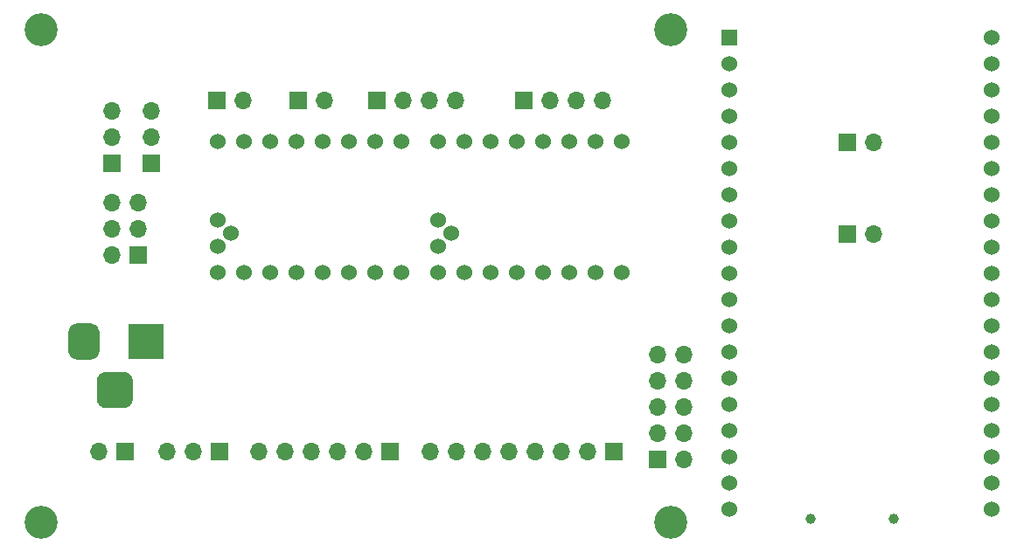
<source format=gbr>
%TF.GenerationSoftware,KiCad,Pcbnew,(5.1.9)-1*%
%TF.CreationDate,2021-03-08T20:42:35+00:00*%
%TF.ProjectId,ESP32_Plotter_Controller_revA,45535033-325f-4506-9c6f-747465725f43,rev?*%
%TF.SameCoordinates,Original*%
%TF.FileFunction,Soldermask,Bot*%
%TF.FilePolarity,Negative*%
%FSLAX46Y46*%
G04 Gerber Fmt 4.6, Leading zero omitted, Abs format (unit mm)*
G04 Created by KiCad (PCBNEW (5.1.9)-1) date 2021-03-08 20:42:35*
%MOMM*%
%LPD*%
G01*
G04 APERTURE LIST*
%ADD10R,1.700000X1.700000*%
%ADD11O,1.700000X1.700000*%
%ADD12C,1.000000*%
%ADD13C,1.524000*%
%ADD14R,1.524000X1.524000*%
%ADD15C,3.200000*%
%ADD16R,3.500000X3.500000*%
G04 APERTURE END LIST*
D10*
%TO.C,J1*%
X173037500Y-112839500D03*
D11*
X175577500Y-112839500D03*
X173037500Y-110299500D03*
X175577500Y-110299500D03*
X173037500Y-107759500D03*
X175577500Y-107759500D03*
X173037500Y-105219500D03*
X175577500Y-105219500D03*
X173037500Y-102679500D03*
X175577500Y-102679500D03*
%TD*%
D12*
%TO.C,J8*%
X195902500Y-118605500D03*
X187902500Y-118605500D03*
%TD*%
D13*
%TO.C,U3*%
X153098500Y-90868500D03*
X151828500Y-89598500D03*
X151828500Y-92138500D03*
X169608500Y-94678500D03*
X167068500Y-94678500D03*
X164528500Y-94678500D03*
X161988500Y-94678500D03*
X159448500Y-94678500D03*
X156908500Y-94678500D03*
X154368500Y-94678500D03*
X151828500Y-94678500D03*
X151828500Y-81978500D03*
X154368500Y-81978500D03*
X156908500Y-81978500D03*
X159448500Y-81978500D03*
X161988500Y-81978500D03*
X164528500Y-81978500D03*
X167068500Y-81978500D03*
X169608500Y-81978500D03*
%TD*%
%TO.C,U2*%
X131762500Y-90868500D03*
X130492500Y-89598500D03*
X130492500Y-92138500D03*
X148272500Y-94678500D03*
X145732500Y-94678500D03*
X143192500Y-94678500D03*
X140652500Y-94678500D03*
X138112500Y-94678500D03*
X135572500Y-94678500D03*
X133032500Y-94678500D03*
X130492500Y-94678500D03*
X130492500Y-81978500D03*
X133032500Y-81978500D03*
X135572500Y-81978500D03*
X138112500Y-81978500D03*
X140652500Y-81978500D03*
X143192500Y-81978500D03*
X145732500Y-81978500D03*
X148272500Y-81978500D03*
%TD*%
%TO.C,U1*%
X205422500Y-71945500D03*
X205422500Y-74485500D03*
X205422500Y-77025500D03*
X205422500Y-79565500D03*
X205422500Y-82105500D03*
X205422500Y-84645500D03*
X205422500Y-87185500D03*
X205422500Y-89725500D03*
X205422500Y-92265500D03*
X205422500Y-94805500D03*
X205422500Y-97345500D03*
X205422500Y-99885500D03*
X205422500Y-102425500D03*
X205422500Y-104965500D03*
X205422500Y-107505500D03*
X205422500Y-110045500D03*
X205422500Y-112585500D03*
X205422500Y-115125500D03*
X205422500Y-117665500D03*
X180022500Y-117665500D03*
X180022500Y-115125500D03*
X180022500Y-112585500D03*
X180022500Y-110045500D03*
X180022500Y-107505500D03*
X180022500Y-104965500D03*
X180022500Y-102425500D03*
X180022500Y-99885500D03*
X180022500Y-97345500D03*
X180022500Y-94805500D03*
X180022500Y-92265500D03*
X180022500Y-89725500D03*
X180022500Y-87185500D03*
X180022500Y-84645500D03*
X180022500Y-82105500D03*
X180022500Y-79565500D03*
X180022500Y-77025500D03*
X180022500Y-74485500D03*
D14*
X180022500Y-71945500D03*
%TD*%
D15*
%TO.C,H2*%
X174307500Y-71183500D03*
%TD*%
%TO.C,H1*%
X113347500Y-71183500D03*
%TD*%
%TO.C,H3*%
X174307500Y-118935500D03*
%TD*%
%TO.C,H4*%
X113347500Y-118935500D03*
%TD*%
%TO.C,J2*%
G36*
G01*
X118757500Y-106984500D02*
X118757500Y-105234500D01*
G75*
G02*
X119632500Y-104359500I875000J0D01*
G01*
X121382500Y-104359500D01*
G75*
G02*
X122257500Y-105234500I0J-875000D01*
G01*
X122257500Y-106984500D01*
G75*
G02*
X121382500Y-107859500I-875000J0D01*
G01*
X119632500Y-107859500D01*
G75*
G02*
X118757500Y-106984500I0J875000D01*
G01*
G37*
G36*
G01*
X116007500Y-102409500D02*
X116007500Y-100409500D01*
G75*
G02*
X116757500Y-99659500I750000J0D01*
G01*
X118257500Y-99659500D01*
G75*
G02*
X119007500Y-100409500I0J-750000D01*
G01*
X119007500Y-102409500D01*
G75*
G02*
X118257500Y-103159500I-750000J0D01*
G01*
X116757500Y-103159500D01*
G75*
G02*
X116007500Y-102409500I0J750000D01*
G01*
G37*
D16*
X123507500Y-101409500D03*
%TD*%
D11*
%TO.C,J3*%
X140779500Y-78041500D03*
D10*
X138239500Y-78041500D03*
%TD*%
D11*
%TO.C,J4*%
X118935500Y-112077500D03*
D10*
X121475500Y-112077500D03*
%TD*%
D11*
%TO.C,J5*%
X120205500Y-87947500D03*
X122745500Y-87947500D03*
X120205500Y-90487500D03*
X122745500Y-90487500D03*
X120205500Y-93027500D03*
D10*
X122745500Y-93027500D03*
%TD*%
D11*
%TO.C,J6*%
X151066500Y-112077500D03*
X153606500Y-112077500D03*
X156146500Y-112077500D03*
X158686500Y-112077500D03*
X161226500Y-112077500D03*
X163766500Y-112077500D03*
X166306500Y-112077500D03*
D10*
X168846500Y-112077500D03*
%TD*%
D11*
%TO.C,J7*%
X193992500Y-82105500D03*
D10*
X191452500Y-82105500D03*
%TD*%
D11*
%TO.C,J9*%
X193992500Y-90995500D03*
D10*
X191452500Y-90995500D03*
%TD*%
D11*
%TO.C,J10*%
X120205500Y-79057500D03*
X120205500Y-81597500D03*
D10*
X120205500Y-84137500D03*
%TD*%
D11*
%TO.C,J11*%
X124015500Y-79057500D03*
X124015500Y-81597500D03*
D10*
X124015500Y-84137500D03*
%TD*%
D11*
%TO.C,J12*%
X153479500Y-78041500D03*
X150939500Y-78041500D03*
X148399500Y-78041500D03*
D10*
X145859500Y-78041500D03*
%TD*%
D11*
%TO.C,J13*%
X167703500Y-78041500D03*
X165163500Y-78041500D03*
X162623500Y-78041500D03*
D10*
X160083500Y-78041500D03*
%TD*%
D11*
%TO.C,J14*%
X125539500Y-112077500D03*
X128079500Y-112077500D03*
D10*
X130619500Y-112077500D03*
%TD*%
D11*
%TO.C,J15*%
X132905500Y-78041500D03*
D10*
X130365500Y-78041500D03*
%TD*%
D11*
%TO.C,J16*%
X134429500Y-112077500D03*
X136969500Y-112077500D03*
X139509500Y-112077500D03*
X142049500Y-112077500D03*
X144589500Y-112077500D03*
D10*
X147129500Y-112077500D03*
%TD*%
M02*

</source>
